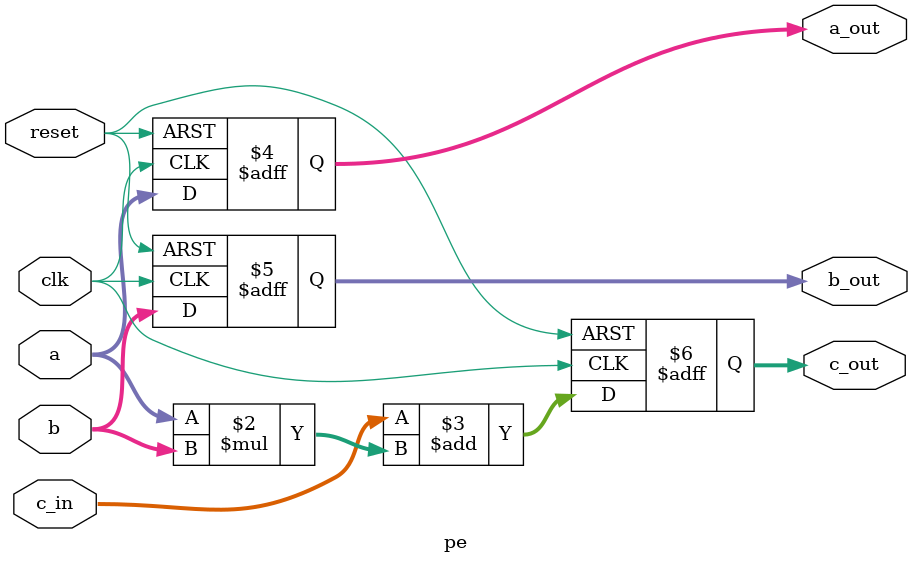
<source format=v>
module pe (
    input clk,
    input reset,
    input signed [15:0] a,
    input signed [15:0] b,
    input signed [31:0] c_in,
    output reg signed [15:0] a_out,
    output reg signed [15:0] b_out,
    output reg signed [31:0] c_out
);

    always @(posedge clk or posedge reset) begin
        if (reset) begin
            a_out <= 0;
            b_out <= 0;
            c_out <= 0;
        end else begin
            a_out <= a;       // Pass A value to the next PE
            b_out <= b;       // Pass B value to the next PE
            c_out <= c_in + (a * b);  // Directly multiply and accumulate the result
        end
    end
endmodule

</source>
